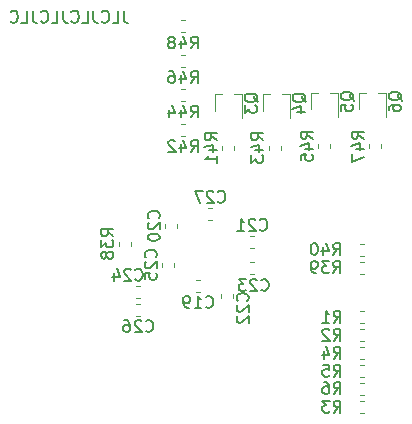
<source format=gbr>
G04 #@! TF.GenerationSoftware,KiCad,Pcbnew,5.1.5*
G04 #@! TF.CreationDate,2020-03-06T22:13:42+01:00*
G04 #@! TF.ProjectId,himudev,68696d75-6465-4762-9e6b-696361645f70,rev?*
G04 #@! TF.SameCoordinates,Original*
G04 #@! TF.FileFunction,Legend,Bot*
G04 #@! TF.FilePolarity,Positive*
%FSLAX46Y46*%
G04 Gerber Fmt 4.6, Leading zero omitted, Abs format (unit mm)*
G04 Created by KiCad (PCBNEW 5.1.5) date 2020-03-06 22:13:42*
%MOMM*%
%LPD*%
G04 APERTURE LIST*
%ADD10C,0.150000*%
%ADD11C,0.120000*%
G04 APERTURE END LIST*
D10*
X157019047Y-81367380D02*
X157019047Y-82081666D01*
X157066666Y-82224523D01*
X157161904Y-82319761D01*
X157304761Y-82367380D01*
X157400000Y-82367380D01*
X156066666Y-82367380D02*
X156542857Y-82367380D01*
X156542857Y-81367380D01*
X155161904Y-82272142D02*
X155209523Y-82319761D01*
X155352380Y-82367380D01*
X155447619Y-82367380D01*
X155590476Y-82319761D01*
X155685714Y-82224523D01*
X155733333Y-82129285D01*
X155780952Y-81938809D01*
X155780952Y-81795952D01*
X155733333Y-81605476D01*
X155685714Y-81510238D01*
X155590476Y-81415000D01*
X155447619Y-81367380D01*
X155352380Y-81367380D01*
X155209523Y-81415000D01*
X155161904Y-81462619D01*
X154447619Y-81367380D02*
X154447619Y-82081666D01*
X154495238Y-82224523D01*
X154590476Y-82319761D01*
X154733333Y-82367380D01*
X154828571Y-82367380D01*
X153495238Y-82367380D02*
X153971428Y-82367380D01*
X153971428Y-81367380D01*
X152590476Y-82272142D02*
X152638095Y-82319761D01*
X152780952Y-82367380D01*
X152876190Y-82367380D01*
X153019047Y-82319761D01*
X153114285Y-82224523D01*
X153161904Y-82129285D01*
X153209523Y-81938809D01*
X153209523Y-81795952D01*
X153161904Y-81605476D01*
X153114285Y-81510238D01*
X153019047Y-81415000D01*
X152876190Y-81367380D01*
X152780952Y-81367380D01*
X152638095Y-81415000D01*
X152590476Y-81462619D01*
X151876190Y-81367380D02*
X151876190Y-82081666D01*
X151923809Y-82224523D01*
X152019047Y-82319761D01*
X152161904Y-82367380D01*
X152257142Y-82367380D01*
X150923809Y-82367380D02*
X151400000Y-82367380D01*
X151400000Y-81367380D01*
X150019047Y-82272142D02*
X150066666Y-82319761D01*
X150209523Y-82367380D01*
X150304761Y-82367380D01*
X150447619Y-82319761D01*
X150542857Y-82224523D01*
X150590476Y-82129285D01*
X150638095Y-81938809D01*
X150638095Y-81795952D01*
X150590476Y-81605476D01*
X150542857Y-81510238D01*
X150447619Y-81415000D01*
X150304761Y-81367380D01*
X150209523Y-81367380D01*
X150066666Y-81415000D01*
X150019047Y-81462619D01*
X149304761Y-81367380D02*
X149304761Y-82081666D01*
X149352380Y-82224523D01*
X149447619Y-82319761D01*
X149590476Y-82367380D01*
X149685714Y-82367380D01*
X148352380Y-82367380D02*
X148828571Y-82367380D01*
X148828571Y-81367380D01*
X147447619Y-82272142D02*
X147495238Y-82319761D01*
X147638095Y-82367380D01*
X147733333Y-82367380D01*
X147876190Y-82319761D01*
X147971428Y-82224523D01*
X148019047Y-82129285D01*
X148066666Y-81938809D01*
X148066666Y-81795952D01*
X148019047Y-81605476D01*
X147971428Y-81510238D01*
X147876190Y-81415000D01*
X147733333Y-81367380D01*
X147638095Y-81367380D01*
X147495238Y-81415000D01*
X147447619Y-81462619D01*
D11*
X177336267Y-107825000D02*
X176993733Y-107825000D01*
X177336267Y-106805000D02*
X176993733Y-106805000D01*
X164702000Y-89834000D02*
X164702000Y-88424000D01*
X167022000Y-88424000D02*
X167022000Y-90454000D01*
X167022000Y-88424000D02*
X166362000Y-88424000D01*
X165362000Y-88424000D02*
X164702000Y-88424000D01*
X168766000Y-89834000D02*
X168766000Y-88424000D01*
X171086000Y-88424000D02*
X171086000Y-90454000D01*
X171086000Y-88424000D02*
X170426000Y-88424000D01*
X169426000Y-88424000D02*
X168766000Y-88424000D01*
X172830000Y-89707000D02*
X172830000Y-88297000D01*
X175150000Y-88297000D02*
X175150000Y-90327000D01*
X175150000Y-88297000D02*
X174490000Y-88297000D01*
X173490000Y-88297000D02*
X172830000Y-88297000D01*
X176894000Y-89707000D02*
X176894000Y-88297000D01*
X179214000Y-88297000D02*
X179214000Y-90327000D01*
X179214000Y-88297000D02*
X178554000Y-88297000D01*
X177554000Y-88297000D02*
X176894000Y-88297000D01*
X163150733Y-105158000D02*
X163493267Y-105158000D01*
X163150733Y-104138000D02*
X163493267Y-104138000D01*
X160526000Y-99396733D02*
X160526000Y-99739267D01*
X161546000Y-99396733D02*
X161546000Y-99739267D01*
X168065267Y-100455000D02*
X167722733Y-100455000D01*
X168065267Y-101475000D02*
X167722733Y-101475000D01*
X166245000Y-105708267D02*
X166245000Y-105365733D01*
X165225000Y-105708267D02*
X165225000Y-105365733D01*
X168065267Y-103634000D02*
X167722733Y-103634000D01*
X168065267Y-102614000D02*
X167722733Y-102614000D01*
X158070733Y-104646000D02*
X158413267Y-104646000D01*
X158070733Y-105666000D02*
X158413267Y-105666000D01*
X161292000Y-102698733D02*
X161292000Y-103041267D01*
X160272000Y-102698733D02*
X160272000Y-103041267D01*
X158070733Y-107190000D02*
X158413267Y-107190000D01*
X158070733Y-106170000D02*
X158413267Y-106170000D01*
X164166733Y-98042000D02*
X164509267Y-98042000D01*
X164166733Y-99062000D02*
X164509267Y-99062000D01*
X177336267Y-109349000D02*
X176993733Y-109349000D01*
X177336267Y-108329000D02*
X176993733Y-108329000D01*
X177336267Y-114425000D02*
X176993733Y-114425000D01*
X177336267Y-115445000D02*
X176993733Y-115445000D01*
X177336267Y-109853000D02*
X176993733Y-109853000D01*
X177336267Y-110873000D02*
X176993733Y-110873000D01*
X177336267Y-112397000D02*
X176993733Y-112397000D01*
X177336267Y-111377000D02*
X176993733Y-111377000D01*
X177336267Y-112901000D02*
X176993733Y-112901000D01*
X177336267Y-113921000D02*
X176993733Y-113921000D01*
X157609000Y-100920733D02*
X157609000Y-101263267D01*
X156589000Y-100920733D02*
X156589000Y-101263267D01*
X177336267Y-103634000D02*
X176993733Y-103634000D01*
X177336267Y-102614000D02*
X176993733Y-102614000D01*
X177336267Y-101090000D02*
X176993733Y-101090000D01*
X177336267Y-102110000D02*
X176993733Y-102110000D01*
X165352000Y-92792733D02*
X165352000Y-93135267D01*
X166372000Y-92792733D02*
X166372000Y-93135267D01*
X161880733Y-90930000D02*
X162223267Y-90930000D01*
X161880733Y-91950000D02*
X162223267Y-91950000D01*
X170309000Y-92792733D02*
X170309000Y-93135267D01*
X169289000Y-92792733D02*
X169289000Y-93135267D01*
X161880733Y-88009000D02*
X162223267Y-88009000D01*
X161880733Y-89029000D02*
X162223267Y-89029000D01*
X173480000Y-92665733D02*
X173480000Y-93008267D01*
X174500000Y-92665733D02*
X174500000Y-93008267D01*
X161880733Y-85088000D02*
X162223267Y-85088000D01*
X161880733Y-86108000D02*
X162223267Y-86108000D01*
X177798000Y-92665733D02*
X177798000Y-93008267D01*
X178818000Y-92665733D02*
X178818000Y-93008267D01*
X161880733Y-82167000D02*
X162223267Y-82167000D01*
X161880733Y-83187000D02*
X162223267Y-83187000D01*
D10*
X174791666Y-107767380D02*
X175125000Y-107291190D01*
X175363095Y-107767380D02*
X175363095Y-106767380D01*
X174982142Y-106767380D01*
X174886904Y-106815000D01*
X174839285Y-106862619D01*
X174791666Y-106957857D01*
X174791666Y-107100714D01*
X174839285Y-107195952D01*
X174886904Y-107243571D01*
X174982142Y-107291190D01*
X175363095Y-107291190D01*
X173839285Y-107767380D02*
X174410714Y-107767380D01*
X174125000Y-107767380D02*
X174125000Y-106767380D01*
X174220238Y-106910238D01*
X174315476Y-107005476D01*
X174410714Y-107053095D01*
X168359619Y-89108761D02*
X168312000Y-89013523D01*
X168216761Y-88918285D01*
X168073904Y-88775428D01*
X168026285Y-88680190D01*
X168026285Y-88584952D01*
X168264380Y-88632571D02*
X168216761Y-88537333D01*
X168121523Y-88442095D01*
X167931047Y-88394476D01*
X167597714Y-88394476D01*
X167407238Y-88442095D01*
X167312000Y-88537333D01*
X167264380Y-88632571D01*
X167264380Y-88823047D01*
X167312000Y-88918285D01*
X167407238Y-89013523D01*
X167597714Y-89061142D01*
X167931047Y-89061142D01*
X168121523Y-89013523D01*
X168216761Y-88918285D01*
X168264380Y-88823047D01*
X168264380Y-88632571D01*
X167264380Y-89394476D02*
X167264380Y-90013523D01*
X167645333Y-89680190D01*
X167645333Y-89823047D01*
X167692952Y-89918285D01*
X167740571Y-89965904D01*
X167835809Y-90013523D01*
X168073904Y-90013523D01*
X168169142Y-89965904D01*
X168216761Y-89918285D01*
X168264380Y-89823047D01*
X168264380Y-89537333D01*
X168216761Y-89442095D01*
X168169142Y-89394476D01*
X172423619Y-89108761D02*
X172376000Y-89013523D01*
X172280761Y-88918285D01*
X172137904Y-88775428D01*
X172090285Y-88680190D01*
X172090285Y-88584952D01*
X172328380Y-88632571D02*
X172280761Y-88537333D01*
X172185523Y-88442095D01*
X171995047Y-88394476D01*
X171661714Y-88394476D01*
X171471238Y-88442095D01*
X171376000Y-88537333D01*
X171328380Y-88632571D01*
X171328380Y-88823047D01*
X171376000Y-88918285D01*
X171471238Y-89013523D01*
X171661714Y-89061142D01*
X171995047Y-89061142D01*
X172185523Y-89013523D01*
X172280761Y-88918285D01*
X172328380Y-88823047D01*
X172328380Y-88632571D01*
X171661714Y-89918285D02*
X172328380Y-89918285D01*
X171280761Y-89680190D02*
X171995047Y-89442095D01*
X171995047Y-90061142D01*
X176487619Y-88981761D02*
X176440000Y-88886523D01*
X176344761Y-88791285D01*
X176201904Y-88648428D01*
X176154285Y-88553190D01*
X176154285Y-88457952D01*
X176392380Y-88505571D02*
X176344761Y-88410333D01*
X176249523Y-88315095D01*
X176059047Y-88267476D01*
X175725714Y-88267476D01*
X175535238Y-88315095D01*
X175440000Y-88410333D01*
X175392380Y-88505571D01*
X175392380Y-88696047D01*
X175440000Y-88791285D01*
X175535238Y-88886523D01*
X175725714Y-88934142D01*
X176059047Y-88934142D01*
X176249523Y-88886523D01*
X176344761Y-88791285D01*
X176392380Y-88696047D01*
X176392380Y-88505571D01*
X175392380Y-89838904D02*
X175392380Y-89362714D01*
X175868571Y-89315095D01*
X175820952Y-89362714D01*
X175773333Y-89457952D01*
X175773333Y-89696047D01*
X175820952Y-89791285D01*
X175868571Y-89838904D01*
X175963809Y-89886523D01*
X176201904Y-89886523D01*
X176297142Y-89838904D01*
X176344761Y-89791285D01*
X176392380Y-89696047D01*
X176392380Y-89457952D01*
X176344761Y-89362714D01*
X176297142Y-89315095D01*
X180551619Y-88981761D02*
X180504000Y-88886523D01*
X180408761Y-88791285D01*
X180265904Y-88648428D01*
X180218285Y-88553190D01*
X180218285Y-88457952D01*
X180456380Y-88505571D02*
X180408761Y-88410333D01*
X180313523Y-88315095D01*
X180123047Y-88267476D01*
X179789714Y-88267476D01*
X179599238Y-88315095D01*
X179504000Y-88410333D01*
X179456380Y-88505571D01*
X179456380Y-88696047D01*
X179504000Y-88791285D01*
X179599238Y-88886523D01*
X179789714Y-88934142D01*
X180123047Y-88934142D01*
X180313523Y-88886523D01*
X180408761Y-88791285D01*
X180456380Y-88696047D01*
X180456380Y-88505571D01*
X179456380Y-89791285D02*
X179456380Y-89600809D01*
X179504000Y-89505571D01*
X179551619Y-89457952D01*
X179694476Y-89362714D01*
X179884952Y-89315095D01*
X180265904Y-89315095D01*
X180361142Y-89362714D01*
X180408761Y-89410333D01*
X180456380Y-89505571D01*
X180456380Y-89696047D01*
X180408761Y-89791285D01*
X180361142Y-89838904D01*
X180265904Y-89886523D01*
X180027809Y-89886523D01*
X179932571Y-89838904D01*
X179884952Y-89791285D01*
X179837333Y-89696047D01*
X179837333Y-89505571D01*
X179884952Y-89410333D01*
X179932571Y-89362714D01*
X180027809Y-89315095D01*
X163964857Y-106435142D02*
X164012476Y-106482761D01*
X164155333Y-106530380D01*
X164250571Y-106530380D01*
X164393428Y-106482761D01*
X164488666Y-106387523D01*
X164536285Y-106292285D01*
X164583904Y-106101809D01*
X164583904Y-105958952D01*
X164536285Y-105768476D01*
X164488666Y-105673238D01*
X164393428Y-105578000D01*
X164250571Y-105530380D01*
X164155333Y-105530380D01*
X164012476Y-105578000D01*
X163964857Y-105625619D01*
X163012476Y-106530380D02*
X163583904Y-106530380D01*
X163298190Y-106530380D02*
X163298190Y-105530380D01*
X163393428Y-105673238D01*
X163488666Y-105768476D01*
X163583904Y-105816095D01*
X162536285Y-106530380D02*
X162345809Y-106530380D01*
X162250571Y-106482761D01*
X162202952Y-106435142D01*
X162107714Y-106292285D01*
X162060095Y-106101809D01*
X162060095Y-105720857D01*
X162107714Y-105625619D01*
X162155333Y-105578000D01*
X162250571Y-105530380D01*
X162441047Y-105530380D01*
X162536285Y-105578000D01*
X162583904Y-105625619D01*
X162631523Y-105720857D01*
X162631523Y-105958952D01*
X162583904Y-106054190D01*
X162536285Y-106101809D01*
X162441047Y-106149428D01*
X162250571Y-106149428D01*
X162155333Y-106101809D01*
X162107714Y-106054190D01*
X162060095Y-105958952D01*
X159963142Y-98925142D02*
X160010761Y-98877523D01*
X160058380Y-98734666D01*
X160058380Y-98639428D01*
X160010761Y-98496571D01*
X159915523Y-98401333D01*
X159820285Y-98353714D01*
X159629809Y-98306095D01*
X159486952Y-98306095D01*
X159296476Y-98353714D01*
X159201238Y-98401333D01*
X159106000Y-98496571D01*
X159058380Y-98639428D01*
X159058380Y-98734666D01*
X159106000Y-98877523D01*
X159153619Y-98925142D01*
X159153619Y-99306095D02*
X159106000Y-99353714D01*
X159058380Y-99448952D01*
X159058380Y-99687047D01*
X159106000Y-99782285D01*
X159153619Y-99829904D01*
X159248857Y-99877523D01*
X159344095Y-99877523D01*
X159486952Y-99829904D01*
X160058380Y-99258476D01*
X160058380Y-99877523D01*
X159058380Y-100496571D02*
X159058380Y-100591809D01*
X159106000Y-100687047D01*
X159153619Y-100734666D01*
X159248857Y-100782285D01*
X159439333Y-100829904D01*
X159677428Y-100829904D01*
X159867904Y-100782285D01*
X159963142Y-100734666D01*
X160010761Y-100687047D01*
X160058380Y-100591809D01*
X160058380Y-100496571D01*
X160010761Y-100401333D01*
X159963142Y-100353714D01*
X159867904Y-100306095D01*
X159677428Y-100258476D01*
X159439333Y-100258476D01*
X159248857Y-100306095D01*
X159153619Y-100353714D01*
X159106000Y-100401333D01*
X159058380Y-100496571D01*
X168536857Y-99892142D02*
X168584476Y-99939761D01*
X168727333Y-99987380D01*
X168822571Y-99987380D01*
X168965428Y-99939761D01*
X169060666Y-99844523D01*
X169108285Y-99749285D01*
X169155904Y-99558809D01*
X169155904Y-99415952D01*
X169108285Y-99225476D01*
X169060666Y-99130238D01*
X168965428Y-99035000D01*
X168822571Y-98987380D01*
X168727333Y-98987380D01*
X168584476Y-99035000D01*
X168536857Y-99082619D01*
X168155904Y-99082619D02*
X168108285Y-99035000D01*
X168013047Y-98987380D01*
X167774952Y-98987380D01*
X167679714Y-99035000D01*
X167632095Y-99082619D01*
X167584476Y-99177857D01*
X167584476Y-99273095D01*
X167632095Y-99415952D01*
X168203523Y-99987380D01*
X167584476Y-99987380D01*
X166632095Y-99987380D02*
X167203523Y-99987380D01*
X166917809Y-99987380D02*
X166917809Y-98987380D01*
X167013047Y-99130238D01*
X167108285Y-99225476D01*
X167203523Y-99273095D01*
X167489142Y-105910142D02*
X167536761Y-105862523D01*
X167584380Y-105719666D01*
X167584380Y-105624428D01*
X167536761Y-105481571D01*
X167441523Y-105386333D01*
X167346285Y-105338714D01*
X167155809Y-105291095D01*
X167012952Y-105291095D01*
X166822476Y-105338714D01*
X166727238Y-105386333D01*
X166632000Y-105481571D01*
X166584380Y-105624428D01*
X166584380Y-105719666D01*
X166632000Y-105862523D01*
X166679619Y-105910142D01*
X166679619Y-106291095D02*
X166632000Y-106338714D01*
X166584380Y-106433952D01*
X166584380Y-106672047D01*
X166632000Y-106767285D01*
X166679619Y-106814904D01*
X166774857Y-106862523D01*
X166870095Y-106862523D01*
X167012952Y-106814904D01*
X167584380Y-106243476D01*
X167584380Y-106862523D01*
X166679619Y-107243476D02*
X166632000Y-107291095D01*
X166584380Y-107386333D01*
X166584380Y-107624428D01*
X166632000Y-107719666D01*
X166679619Y-107767285D01*
X166774857Y-107814904D01*
X166870095Y-107814904D01*
X167012952Y-107767285D01*
X167584380Y-107195857D01*
X167584380Y-107814904D01*
X168663857Y-105005142D02*
X168711476Y-105052761D01*
X168854333Y-105100380D01*
X168949571Y-105100380D01*
X169092428Y-105052761D01*
X169187666Y-104957523D01*
X169235285Y-104862285D01*
X169282904Y-104671809D01*
X169282904Y-104528952D01*
X169235285Y-104338476D01*
X169187666Y-104243238D01*
X169092428Y-104148000D01*
X168949571Y-104100380D01*
X168854333Y-104100380D01*
X168711476Y-104148000D01*
X168663857Y-104195619D01*
X168282904Y-104195619D02*
X168235285Y-104148000D01*
X168140047Y-104100380D01*
X167901952Y-104100380D01*
X167806714Y-104148000D01*
X167759095Y-104195619D01*
X167711476Y-104290857D01*
X167711476Y-104386095D01*
X167759095Y-104528952D01*
X168330523Y-105100380D01*
X167711476Y-105100380D01*
X167378142Y-104100380D02*
X166759095Y-104100380D01*
X167092428Y-104481333D01*
X166949571Y-104481333D01*
X166854333Y-104528952D01*
X166806714Y-104576571D01*
X166759095Y-104671809D01*
X166759095Y-104909904D01*
X166806714Y-105005142D01*
X166854333Y-105052761D01*
X166949571Y-105100380D01*
X167235285Y-105100380D01*
X167330523Y-105052761D01*
X167378142Y-105005142D01*
X157995857Y-104116142D02*
X158043476Y-104163761D01*
X158186333Y-104211380D01*
X158281571Y-104211380D01*
X158424428Y-104163761D01*
X158519666Y-104068523D01*
X158567285Y-103973285D01*
X158614904Y-103782809D01*
X158614904Y-103639952D01*
X158567285Y-103449476D01*
X158519666Y-103354238D01*
X158424428Y-103259000D01*
X158281571Y-103211380D01*
X158186333Y-103211380D01*
X158043476Y-103259000D01*
X157995857Y-103306619D01*
X157614904Y-103306619D02*
X157567285Y-103259000D01*
X157472047Y-103211380D01*
X157233952Y-103211380D01*
X157138714Y-103259000D01*
X157091095Y-103306619D01*
X157043476Y-103401857D01*
X157043476Y-103497095D01*
X157091095Y-103639952D01*
X157662523Y-104211380D01*
X157043476Y-104211380D01*
X156186333Y-103544714D02*
X156186333Y-104211380D01*
X156424428Y-103163761D02*
X156662523Y-103878047D01*
X156043476Y-103878047D01*
X159709142Y-102227142D02*
X159756761Y-102179523D01*
X159804380Y-102036666D01*
X159804380Y-101941428D01*
X159756761Y-101798571D01*
X159661523Y-101703333D01*
X159566285Y-101655714D01*
X159375809Y-101608095D01*
X159232952Y-101608095D01*
X159042476Y-101655714D01*
X158947238Y-101703333D01*
X158852000Y-101798571D01*
X158804380Y-101941428D01*
X158804380Y-102036666D01*
X158852000Y-102179523D01*
X158899619Y-102227142D01*
X158899619Y-102608095D02*
X158852000Y-102655714D01*
X158804380Y-102750952D01*
X158804380Y-102989047D01*
X158852000Y-103084285D01*
X158899619Y-103131904D01*
X158994857Y-103179523D01*
X159090095Y-103179523D01*
X159232952Y-103131904D01*
X159804380Y-102560476D01*
X159804380Y-103179523D01*
X158804380Y-104084285D02*
X158804380Y-103608095D01*
X159280571Y-103560476D01*
X159232952Y-103608095D01*
X159185333Y-103703333D01*
X159185333Y-103941428D01*
X159232952Y-104036666D01*
X159280571Y-104084285D01*
X159375809Y-104131904D01*
X159613904Y-104131904D01*
X159709142Y-104084285D01*
X159756761Y-104036666D01*
X159804380Y-103941428D01*
X159804380Y-103703333D01*
X159756761Y-103608095D01*
X159709142Y-103560476D01*
X158884857Y-108467142D02*
X158932476Y-108514761D01*
X159075333Y-108562380D01*
X159170571Y-108562380D01*
X159313428Y-108514761D01*
X159408666Y-108419523D01*
X159456285Y-108324285D01*
X159503904Y-108133809D01*
X159503904Y-107990952D01*
X159456285Y-107800476D01*
X159408666Y-107705238D01*
X159313428Y-107610000D01*
X159170571Y-107562380D01*
X159075333Y-107562380D01*
X158932476Y-107610000D01*
X158884857Y-107657619D01*
X158503904Y-107657619D02*
X158456285Y-107610000D01*
X158361047Y-107562380D01*
X158122952Y-107562380D01*
X158027714Y-107610000D01*
X157980095Y-107657619D01*
X157932476Y-107752857D01*
X157932476Y-107848095D01*
X157980095Y-107990952D01*
X158551523Y-108562380D01*
X157932476Y-108562380D01*
X157075333Y-107562380D02*
X157265809Y-107562380D01*
X157361047Y-107610000D01*
X157408666Y-107657619D01*
X157503904Y-107800476D01*
X157551523Y-107990952D01*
X157551523Y-108371904D01*
X157503904Y-108467142D01*
X157456285Y-108514761D01*
X157361047Y-108562380D01*
X157170571Y-108562380D01*
X157075333Y-108514761D01*
X157027714Y-108467142D01*
X156980095Y-108371904D01*
X156980095Y-108133809D01*
X157027714Y-108038571D01*
X157075333Y-107990952D01*
X157170571Y-107943333D01*
X157361047Y-107943333D01*
X157456285Y-107990952D01*
X157503904Y-108038571D01*
X157551523Y-108133809D01*
X164980857Y-97512142D02*
X165028476Y-97559761D01*
X165171333Y-97607380D01*
X165266571Y-97607380D01*
X165409428Y-97559761D01*
X165504666Y-97464523D01*
X165552285Y-97369285D01*
X165599904Y-97178809D01*
X165599904Y-97035952D01*
X165552285Y-96845476D01*
X165504666Y-96750238D01*
X165409428Y-96655000D01*
X165266571Y-96607380D01*
X165171333Y-96607380D01*
X165028476Y-96655000D01*
X164980857Y-96702619D01*
X164599904Y-96702619D02*
X164552285Y-96655000D01*
X164457047Y-96607380D01*
X164218952Y-96607380D01*
X164123714Y-96655000D01*
X164076095Y-96702619D01*
X164028476Y-96797857D01*
X164028476Y-96893095D01*
X164076095Y-97035952D01*
X164647523Y-97607380D01*
X164028476Y-97607380D01*
X163695142Y-96607380D02*
X163028476Y-96607380D01*
X163457047Y-97607380D01*
X174791666Y-109291380D02*
X175125000Y-108815190D01*
X175363095Y-109291380D02*
X175363095Y-108291380D01*
X174982142Y-108291380D01*
X174886904Y-108339000D01*
X174839285Y-108386619D01*
X174791666Y-108481857D01*
X174791666Y-108624714D01*
X174839285Y-108719952D01*
X174886904Y-108767571D01*
X174982142Y-108815190D01*
X175363095Y-108815190D01*
X174410714Y-108386619D02*
X174363095Y-108339000D01*
X174267857Y-108291380D01*
X174029761Y-108291380D01*
X173934523Y-108339000D01*
X173886904Y-108386619D01*
X173839285Y-108481857D01*
X173839285Y-108577095D01*
X173886904Y-108719952D01*
X174458333Y-109291380D01*
X173839285Y-109291380D01*
X174791666Y-115387380D02*
X175125000Y-114911190D01*
X175363095Y-115387380D02*
X175363095Y-114387380D01*
X174982142Y-114387380D01*
X174886904Y-114435000D01*
X174839285Y-114482619D01*
X174791666Y-114577857D01*
X174791666Y-114720714D01*
X174839285Y-114815952D01*
X174886904Y-114863571D01*
X174982142Y-114911190D01*
X175363095Y-114911190D01*
X174458333Y-114387380D02*
X173839285Y-114387380D01*
X174172619Y-114768333D01*
X174029761Y-114768333D01*
X173934523Y-114815952D01*
X173886904Y-114863571D01*
X173839285Y-114958809D01*
X173839285Y-115196904D01*
X173886904Y-115292142D01*
X173934523Y-115339761D01*
X174029761Y-115387380D01*
X174315476Y-115387380D01*
X174410714Y-115339761D01*
X174458333Y-115292142D01*
X174791666Y-110815380D02*
X175125000Y-110339190D01*
X175363095Y-110815380D02*
X175363095Y-109815380D01*
X174982142Y-109815380D01*
X174886904Y-109863000D01*
X174839285Y-109910619D01*
X174791666Y-110005857D01*
X174791666Y-110148714D01*
X174839285Y-110243952D01*
X174886904Y-110291571D01*
X174982142Y-110339190D01*
X175363095Y-110339190D01*
X173934523Y-110148714D02*
X173934523Y-110815380D01*
X174172619Y-109767761D02*
X174410714Y-110482047D01*
X173791666Y-110482047D01*
X174791666Y-112339380D02*
X175125000Y-111863190D01*
X175363095Y-112339380D02*
X175363095Y-111339380D01*
X174982142Y-111339380D01*
X174886904Y-111387000D01*
X174839285Y-111434619D01*
X174791666Y-111529857D01*
X174791666Y-111672714D01*
X174839285Y-111767952D01*
X174886904Y-111815571D01*
X174982142Y-111863190D01*
X175363095Y-111863190D01*
X173886904Y-111339380D02*
X174363095Y-111339380D01*
X174410714Y-111815571D01*
X174363095Y-111767952D01*
X174267857Y-111720333D01*
X174029761Y-111720333D01*
X173934523Y-111767952D01*
X173886904Y-111815571D01*
X173839285Y-111910809D01*
X173839285Y-112148904D01*
X173886904Y-112244142D01*
X173934523Y-112291761D01*
X174029761Y-112339380D01*
X174267857Y-112339380D01*
X174363095Y-112291761D01*
X174410714Y-112244142D01*
X174791666Y-113800379D02*
X175125000Y-113324189D01*
X175363095Y-113800379D02*
X175363095Y-112800379D01*
X174982142Y-112800379D01*
X174886904Y-112847999D01*
X174839285Y-112895618D01*
X174791666Y-112990856D01*
X174791666Y-113133713D01*
X174839285Y-113228951D01*
X174886904Y-113276570D01*
X174982142Y-113324189D01*
X175363095Y-113324189D01*
X173934523Y-112800379D02*
X174125000Y-112800379D01*
X174220238Y-112847999D01*
X174267857Y-112895618D01*
X174363095Y-113038475D01*
X174410714Y-113228951D01*
X174410714Y-113609903D01*
X174363095Y-113705141D01*
X174315476Y-113752760D01*
X174220238Y-113800379D01*
X174029761Y-113800379D01*
X173934523Y-113752760D01*
X173886904Y-113705141D01*
X173839285Y-113609903D01*
X173839285Y-113371808D01*
X173886904Y-113276570D01*
X173934523Y-113228951D01*
X174029761Y-113181332D01*
X174220238Y-113181332D01*
X174315476Y-113228951D01*
X174363095Y-113276570D01*
X174410714Y-113371808D01*
X156121380Y-100449142D02*
X155645190Y-100115809D01*
X156121380Y-99877714D02*
X155121380Y-99877714D01*
X155121380Y-100258666D01*
X155169000Y-100353904D01*
X155216619Y-100401523D01*
X155311857Y-100449142D01*
X155454714Y-100449142D01*
X155549952Y-100401523D01*
X155597571Y-100353904D01*
X155645190Y-100258666D01*
X155645190Y-99877714D01*
X155121380Y-100782476D02*
X155121380Y-101401523D01*
X155502333Y-101068190D01*
X155502333Y-101211047D01*
X155549952Y-101306285D01*
X155597571Y-101353904D01*
X155692809Y-101401523D01*
X155930904Y-101401523D01*
X156026142Y-101353904D01*
X156073761Y-101306285D01*
X156121380Y-101211047D01*
X156121380Y-100925333D01*
X156073761Y-100830095D01*
X156026142Y-100782476D01*
X155549952Y-101972952D02*
X155502333Y-101877714D01*
X155454714Y-101830095D01*
X155359476Y-101782476D01*
X155311857Y-101782476D01*
X155216619Y-101830095D01*
X155169000Y-101877714D01*
X155121380Y-101972952D01*
X155121380Y-102163428D01*
X155169000Y-102258666D01*
X155216619Y-102306285D01*
X155311857Y-102353904D01*
X155359476Y-102353904D01*
X155454714Y-102306285D01*
X155502333Y-102258666D01*
X155549952Y-102163428D01*
X155549952Y-101972952D01*
X155597571Y-101877714D01*
X155645190Y-101830095D01*
X155740428Y-101782476D01*
X155930904Y-101782476D01*
X156026142Y-101830095D01*
X156073761Y-101877714D01*
X156121380Y-101972952D01*
X156121380Y-102163428D01*
X156073761Y-102258666D01*
X156026142Y-102306285D01*
X155930904Y-102353904D01*
X155740428Y-102353904D01*
X155645190Y-102306285D01*
X155597571Y-102258666D01*
X155549952Y-102163428D01*
X174759857Y-103576380D02*
X175093190Y-103100190D01*
X175331285Y-103576380D02*
X175331285Y-102576380D01*
X174950333Y-102576380D01*
X174855095Y-102624000D01*
X174807476Y-102671619D01*
X174759857Y-102766857D01*
X174759857Y-102909714D01*
X174807476Y-103004952D01*
X174855095Y-103052571D01*
X174950333Y-103100190D01*
X175331285Y-103100190D01*
X174426523Y-102576380D02*
X173807476Y-102576380D01*
X174140809Y-102957333D01*
X173997952Y-102957333D01*
X173902714Y-103004952D01*
X173855095Y-103052571D01*
X173807476Y-103147809D01*
X173807476Y-103385904D01*
X173855095Y-103481142D01*
X173902714Y-103528761D01*
X173997952Y-103576380D01*
X174283666Y-103576380D01*
X174378904Y-103528761D01*
X174426523Y-103481142D01*
X173331285Y-103576380D02*
X173140809Y-103576380D01*
X173045571Y-103528761D01*
X172997952Y-103481142D01*
X172902714Y-103338285D01*
X172855095Y-103147809D01*
X172855095Y-102766857D01*
X172902714Y-102671619D01*
X172950333Y-102624000D01*
X173045571Y-102576380D01*
X173236047Y-102576380D01*
X173331285Y-102624000D01*
X173378904Y-102671619D01*
X173426523Y-102766857D01*
X173426523Y-103004952D01*
X173378904Y-103100190D01*
X173331285Y-103147809D01*
X173236047Y-103195428D01*
X173045571Y-103195428D01*
X172950333Y-103147809D01*
X172902714Y-103100190D01*
X172855095Y-103004952D01*
X174759857Y-102052380D02*
X175093190Y-101576190D01*
X175331285Y-102052380D02*
X175331285Y-101052380D01*
X174950333Y-101052380D01*
X174855095Y-101100000D01*
X174807476Y-101147619D01*
X174759857Y-101242857D01*
X174759857Y-101385714D01*
X174807476Y-101480952D01*
X174855095Y-101528571D01*
X174950333Y-101576190D01*
X175331285Y-101576190D01*
X173902714Y-101385714D02*
X173902714Y-102052380D01*
X174140809Y-101004761D02*
X174378904Y-101719047D01*
X173759857Y-101719047D01*
X173188428Y-101052380D02*
X173093190Y-101052380D01*
X172997952Y-101100000D01*
X172950333Y-101147619D01*
X172902714Y-101242857D01*
X172855095Y-101433333D01*
X172855095Y-101671428D01*
X172902714Y-101861904D01*
X172950333Y-101957142D01*
X172997952Y-102004761D01*
X173093190Y-102052380D01*
X173188428Y-102052380D01*
X173283666Y-102004761D01*
X173331285Y-101957142D01*
X173378904Y-101861904D01*
X173426523Y-101671428D01*
X173426523Y-101433333D01*
X173378904Y-101242857D01*
X173331285Y-101147619D01*
X173283666Y-101100000D01*
X173188428Y-101052380D01*
X164884380Y-92321142D02*
X164408190Y-91987809D01*
X164884380Y-91749714D02*
X163884380Y-91749714D01*
X163884380Y-92130666D01*
X163932000Y-92225904D01*
X163979619Y-92273523D01*
X164074857Y-92321142D01*
X164217714Y-92321142D01*
X164312952Y-92273523D01*
X164360571Y-92225904D01*
X164408190Y-92130666D01*
X164408190Y-91749714D01*
X164217714Y-93178285D02*
X164884380Y-93178285D01*
X163836761Y-92940190D02*
X164551047Y-92702095D01*
X164551047Y-93321142D01*
X164884380Y-94225904D02*
X164884380Y-93654476D01*
X164884380Y-93940190D02*
X163884380Y-93940190D01*
X164027238Y-93844952D01*
X164122476Y-93749714D01*
X164170095Y-93654476D01*
X162694857Y-93322380D02*
X163028190Y-92846190D01*
X163266285Y-93322380D02*
X163266285Y-92322380D01*
X162885333Y-92322380D01*
X162790095Y-92370000D01*
X162742476Y-92417619D01*
X162694857Y-92512857D01*
X162694857Y-92655714D01*
X162742476Y-92750952D01*
X162790095Y-92798571D01*
X162885333Y-92846190D01*
X163266285Y-92846190D01*
X161837714Y-92655714D02*
X161837714Y-93322380D01*
X162075809Y-92274761D02*
X162313904Y-92989047D01*
X161694857Y-92989047D01*
X161361523Y-92417619D02*
X161313904Y-92370000D01*
X161218666Y-92322380D01*
X160980571Y-92322380D01*
X160885333Y-92370000D01*
X160837714Y-92417619D01*
X160790095Y-92512857D01*
X160790095Y-92608095D01*
X160837714Y-92750952D01*
X161409142Y-93322380D01*
X160790095Y-93322380D01*
X168821380Y-92321142D02*
X168345190Y-91987809D01*
X168821380Y-91749714D02*
X167821380Y-91749714D01*
X167821380Y-92130666D01*
X167869000Y-92225904D01*
X167916619Y-92273523D01*
X168011857Y-92321142D01*
X168154714Y-92321142D01*
X168249952Y-92273523D01*
X168297571Y-92225904D01*
X168345190Y-92130666D01*
X168345190Y-91749714D01*
X168154714Y-93178285D02*
X168821380Y-93178285D01*
X167773761Y-92940190D02*
X168488047Y-92702095D01*
X168488047Y-93321142D01*
X167821380Y-93606857D02*
X167821380Y-94225904D01*
X168202333Y-93892571D01*
X168202333Y-94035428D01*
X168249952Y-94130666D01*
X168297571Y-94178285D01*
X168392809Y-94225904D01*
X168630904Y-94225904D01*
X168726142Y-94178285D01*
X168773761Y-94130666D01*
X168821380Y-94035428D01*
X168821380Y-93749714D01*
X168773761Y-93654476D01*
X168726142Y-93606857D01*
X162694857Y-90401380D02*
X163028190Y-89925190D01*
X163266285Y-90401380D02*
X163266285Y-89401380D01*
X162885333Y-89401380D01*
X162790095Y-89449000D01*
X162742476Y-89496619D01*
X162694857Y-89591857D01*
X162694857Y-89734714D01*
X162742476Y-89829952D01*
X162790095Y-89877571D01*
X162885333Y-89925190D01*
X163266285Y-89925190D01*
X161837714Y-89734714D02*
X161837714Y-90401380D01*
X162075809Y-89353761D02*
X162313904Y-90068047D01*
X161694857Y-90068047D01*
X160885333Y-89734714D02*
X160885333Y-90401380D01*
X161123428Y-89353761D02*
X161361523Y-90068047D01*
X160742476Y-90068047D01*
X173012380Y-92194142D02*
X172536190Y-91860809D01*
X173012380Y-91622714D02*
X172012380Y-91622714D01*
X172012380Y-92003666D01*
X172060000Y-92098904D01*
X172107619Y-92146523D01*
X172202857Y-92194142D01*
X172345714Y-92194142D01*
X172440952Y-92146523D01*
X172488571Y-92098904D01*
X172536190Y-92003666D01*
X172536190Y-91622714D01*
X172345714Y-93051285D02*
X173012380Y-93051285D01*
X171964761Y-92813190D02*
X172679047Y-92575095D01*
X172679047Y-93194142D01*
X172012380Y-94051285D02*
X172012380Y-93575095D01*
X172488571Y-93527476D01*
X172440952Y-93575095D01*
X172393333Y-93670333D01*
X172393333Y-93908428D01*
X172440952Y-94003666D01*
X172488571Y-94051285D01*
X172583809Y-94098904D01*
X172821904Y-94098904D01*
X172917142Y-94051285D01*
X172964761Y-94003666D01*
X173012380Y-93908428D01*
X173012380Y-93670333D01*
X172964761Y-93575095D01*
X172917142Y-93527476D01*
X162694857Y-87480380D02*
X163028190Y-87004190D01*
X163266285Y-87480380D02*
X163266285Y-86480380D01*
X162885333Y-86480380D01*
X162790095Y-86528000D01*
X162742476Y-86575619D01*
X162694857Y-86670857D01*
X162694857Y-86813714D01*
X162742476Y-86908952D01*
X162790095Y-86956571D01*
X162885333Y-87004190D01*
X163266285Y-87004190D01*
X161837714Y-86813714D02*
X161837714Y-87480380D01*
X162075809Y-86432761D02*
X162313904Y-87147047D01*
X161694857Y-87147047D01*
X160885333Y-86480380D02*
X161075809Y-86480380D01*
X161171047Y-86528000D01*
X161218666Y-86575619D01*
X161313904Y-86718476D01*
X161361523Y-86908952D01*
X161361523Y-87289904D01*
X161313904Y-87385142D01*
X161266285Y-87432761D01*
X161171047Y-87480380D01*
X160980571Y-87480380D01*
X160885333Y-87432761D01*
X160837714Y-87385142D01*
X160790095Y-87289904D01*
X160790095Y-87051809D01*
X160837714Y-86956571D01*
X160885333Y-86908952D01*
X160980571Y-86861333D01*
X161171047Y-86861333D01*
X161266285Y-86908952D01*
X161313904Y-86956571D01*
X161361523Y-87051809D01*
X177330380Y-92194142D02*
X176854190Y-91860809D01*
X177330380Y-91622714D02*
X176330380Y-91622714D01*
X176330380Y-92003666D01*
X176378000Y-92098904D01*
X176425619Y-92146523D01*
X176520857Y-92194142D01*
X176663714Y-92194142D01*
X176758952Y-92146523D01*
X176806571Y-92098904D01*
X176854190Y-92003666D01*
X176854190Y-91622714D01*
X176663714Y-93051285D02*
X177330380Y-93051285D01*
X176282761Y-92813190D02*
X176997047Y-92575095D01*
X176997047Y-93194142D01*
X176330380Y-93479857D02*
X176330380Y-94146523D01*
X177330380Y-93717952D01*
X162694857Y-84559380D02*
X163028190Y-84083190D01*
X163266285Y-84559380D02*
X163266285Y-83559380D01*
X162885333Y-83559380D01*
X162790095Y-83607000D01*
X162742476Y-83654619D01*
X162694857Y-83749857D01*
X162694857Y-83892714D01*
X162742476Y-83987952D01*
X162790095Y-84035571D01*
X162885333Y-84083190D01*
X163266285Y-84083190D01*
X161837714Y-83892714D02*
X161837714Y-84559380D01*
X162075809Y-83511761D02*
X162313904Y-84226047D01*
X161694857Y-84226047D01*
X161171047Y-83987952D02*
X161266285Y-83940333D01*
X161313904Y-83892714D01*
X161361523Y-83797476D01*
X161361523Y-83749857D01*
X161313904Y-83654619D01*
X161266285Y-83607000D01*
X161171047Y-83559380D01*
X160980571Y-83559380D01*
X160885333Y-83607000D01*
X160837714Y-83654619D01*
X160790095Y-83749857D01*
X160790095Y-83797476D01*
X160837714Y-83892714D01*
X160885333Y-83940333D01*
X160980571Y-83987952D01*
X161171047Y-83987952D01*
X161266285Y-84035571D01*
X161313904Y-84083190D01*
X161361523Y-84178428D01*
X161361523Y-84368904D01*
X161313904Y-84464142D01*
X161266285Y-84511761D01*
X161171047Y-84559380D01*
X160980571Y-84559380D01*
X160885333Y-84511761D01*
X160837714Y-84464142D01*
X160790095Y-84368904D01*
X160790095Y-84178428D01*
X160837714Y-84083190D01*
X160885333Y-84035571D01*
X160980571Y-83987952D01*
M02*

</source>
